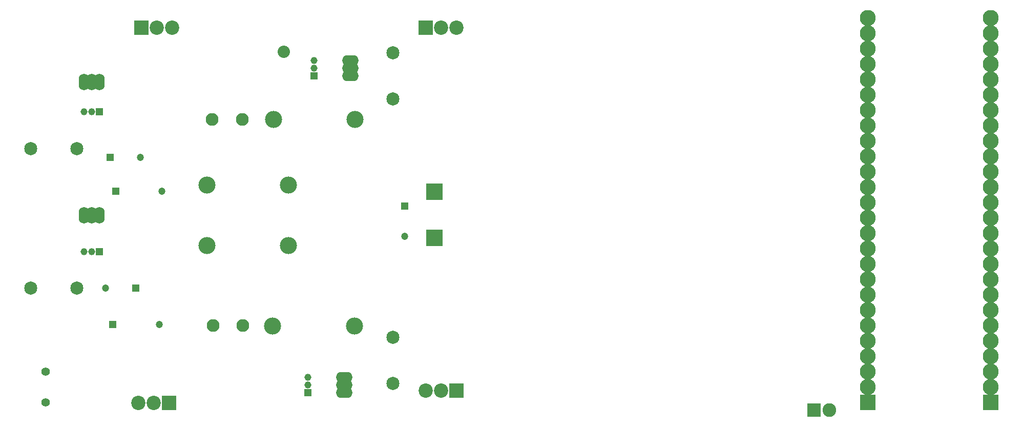
<source format=gbs>
%FSTAX23Y23*%
%MOIN*%
%SFA1B1*%

%IPPOS*%
%ADD22C,0.085120*%
%ADD23C,0.055000*%
%ADD24C,0.103860*%
%ADD25R,0.103860X0.103860*%
%ADD26C,0.110710*%
%ADD27C,0.047240*%
%ADD28R,0.047240X0.047240*%
%ADD29O,0.108740X0.069370*%
%ADD30O,0.108740X0.069370*%
%ADD31C,0.045280*%
%ADD32R,0.045280X0.045280*%
%ADD33R,0.047240X0.047240*%
%ADD34C,0.089060*%
%ADD35R,0.089060X0.089060*%
%ADD36R,0.045280X0.045280*%
%ADD37O,0.069370X0.108740*%
%ADD38O,0.069370X0.108740*%
%ADD39R,0.092990X0.092990*%
%ADD40C,0.092990*%
%ADD41R,0.110000X0.110000*%
%ADD42C,0.083150*%
%ADD43C,0.080000*%
%LNpcb1-1*%
%LPD*%
G54D22*
X02559Y02172D03*
Y02472D03*
X00204Y00944D03*
X00504D03*
X02559Y00622D03*
Y00322D03*
X00204Y0185D03*
X00504D03*
G54D23*
X003Y002D03*
Y004D03*
G54D24*
X0565Y027D03*
Y026D03*
Y025D03*
Y024D03*
Y023D03*
Y022D03*
Y021D03*
Y02D03*
Y019D03*
Y018D03*
Y017D03*
Y016D03*
Y015D03*
Y014D03*
Y013D03*
Y012D03*
Y011D03*
Y01D03*
Y009D03*
Y008D03*
Y007D03*
Y006D03*
Y005D03*
Y004D03*
Y003D03*
X0645Y027D03*
Y026D03*
Y025D03*
Y024D03*
Y023D03*
Y022D03*
Y021D03*
Y02D03*
Y019D03*
Y018D03*
Y017D03*
Y016D03*
Y015D03*
Y014D03*
Y003D03*
Y004D03*
Y005D03*
Y006D03*
Y007D03*
Y008D03*
Y009D03*
Y01D03*
Y011D03*
Y012D03*
Y013D03*
G54D25*
X0565Y002D03*
X0645D03*
G54D26*
X01777Y00695D03*
X02308D03*
X01879Y01614D03*
X01348D03*
Y0122D03*
X01879D03*
X02313Y02038D03*
X01782D03*
G54D27*
X00688Y00944D03*
X00916Y01794D03*
X02637Y01279D03*
X01055Y01574D03*
X01038Y00705D03*
G54D28*
X00885Y00944D03*
X00719Y01794D03*
X00755Y01574D03*
X00737Y00705D03*
G54D29*
X02244Y00364D03*
Y00264D03*
X02283Y02422D03*
Y02322D03*
G54D30*
X02244Y00314D03*
X02283Y02372D03*
G54D31*
X02007Y00364D03*
Y00314D03*
X02047Y02422D03*
Y02372D03*
X0055Y0118D03*
X006D03*
X0055Y0209D03*
X006D03*
G54D32*
X02007Y00264D03*
X02047Y02322D03*
G54D33*
X02637Y01476D03*
G54D34*
X054Y0015D03*
G54D35*
X053Y0015D03*
G54D36*
X0065Y0118D03*
Y0209D03*
G54D37*
X00651Y01417D03*
X00551D03*
X00651Y02283D03*
X00551D03*
G54D38*
X00601Y01417D03*
Y02283D03*
G54D39*
X02974Y00275D03*
X00923Y02637D03*
X01102Y00196D03*
X02774Y02637D03*
G54D40*
X02874Y00275D03*
X02774D03*
X01123Y02637D03*
X01023D03*
X00902Y00196D03*
X01002D03*
X02974Y02637D03*
X02874D03*
G54D41*
X0283Y0127D03*
Y0157D03*
G54D42*
X01384Y02038D03*
X01581D03*
X01584Y007D03*
X01388D03*
G54D43*
X0185Y0248D03*
M02*
</source>
